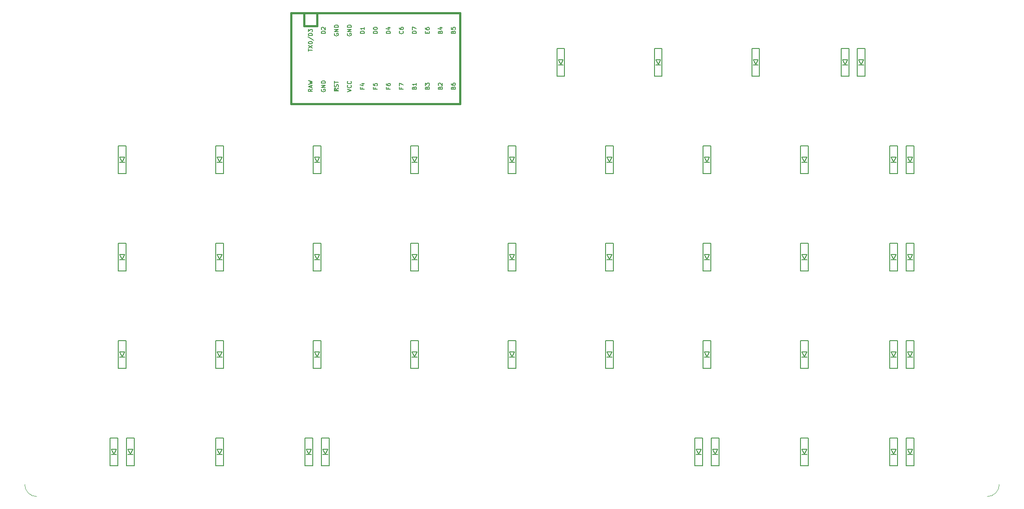
<source format=gto>
G04 #@! TF.GenerationSoftware,KiCad,Pcbnew,(5.1.4)-1*
G04 #@! TF.CreationDate,2021-08-31T10:11:04-10:00*
G04 #@! TF.ProjectId,oya45,6f796134-352e-46b6-9963-61645f706362,rev?*
G04 #@! TF.SameCoordinates,Original*
G04 #@! TF.FileFunction,Legend,Top*
G04 #@! TF.FilePolarity,Positive*
%FSLAX46Y46*%
G04 Gerber Fmt 4.6, Leading zero omitted, Abs format (unit mm)*
G04 Created by KiCad (PCBNEW (5.1.4)-1) date 2021-08-31 10:11:04*
%MOMM*%
%LPD*%
G04 APERTURE LIST*
%ADD10C,0.120000*%
%ADD11C,0.150000*%
%ADD12C,0.381000*%
%ADD13R,1.102000X1.502000*%
%ADD14C,1.852000*%
%ADD15C,2.352000*%
%ADD16C,4.089800*%
%ADD17R,1.854600X1.854600*%
%ADD18C,1.854600*%
%ADD19C,3.150000*%
G04 APERTURE END LIST*
D10*
X238125000Y-121443750D02*
G75*
G02X235743750Y-123825000I-2381250J0D01*
G01*
X50006250Y-123825000D02*
G75*
G02X47625000Y-121443750I0J2381250D01*
G01*
D11*
X211887500Y-41593750D02*
X211887500Y-36193750D01*
X210387500Y-36193750D02*
X210387500Y-41593750D01*
X210387500Y-41593750D02*
X211887500Y-41593750D01*
X210387500Y-36193750D02*
X211887500Y-36193750D01*
X210637500Y-38393750D02*
X211637500Y-38393750D01*
X211637500Y-38393750D02*
X211137500Y-39293750D01*
X211137500Y-39293750D02*
X210637500Y-38393750D01*
X210637500Y-39393750D02*
X211637500Y-39393750D01*
X208712500Y-41593750D02*
X208712500Y-36193750D01*
X207212500Y-36193750D02*
X207212500Y-41593750D01*
X207212500Y-41593750D02*
X208712500Y-41593750D01*
X207212500Y-36193750D02*
X208712500Y-36193750D01*
X207462500Y-38393750D02*
X208462500Y-38393750D01*
X208462500Y-38393750D02*
X207962500Y-39293750D01*
X207962500Y-39293750D02*
X207462500Y-38393750D01*
X207462500Y-39393750D02*
X208462500Y-39393750D01*
X191250000Y-41593750D02*
X191250000Y-36193750D01*
X189750000Y-36193750D02*
X189750000Y-41593750D01*
X189750000Y-41593750D02*
X191250000Y-41593750D01*
X189750000Y-36193750D02*
X191250000Y-36193750D01*
X190000000Y-38393750D02*
X191000000Y-38393750D01*
X191000000Y-38393750D02*
X190500000Y-39293750D01*
X190500000Y-39293750D02*
X190000000Y-38393750D01*
X190000000Y-39393750D02*
X191000000Y-39393750D01*
X172200000Y-41593750D02*
X172200000Y-36193750D01*
X170700000Y-36193750D02*
X170700000Y-41593750D01*
X170700000Y-41593750D02*
X172200000Y-41593750D01*
X170700000Y-36193750D02*
X172200000Y-36193750D01*
X170950000Y-38393750D02*
X171950000Y-38393750D01*
X171950000Y-38393750D02*
X171450000Y-39293750D01*
X171450000Y-39293750D02*
X170950000Y-38393750D01*
X170950000Y-39393750D02*
X171950000Y-39393750D01*
X153150000Y-41593750D02*
X153150000Y-36193750D01*
X151650000Y-36193750D02*
X151650000Y-41593750D01*
X151650000Y-41593750D02*
X153150000Y-41593750D01*
X151650000Y-36193750D02*
X153150000Y-36193750D01*
X151900000Y-38393750D02*
X152900000Y-38393750D01*
X152900000Y-38393750D02*
X152400000Y-39293750D01*
X152400000Y-39293750D02*
X151900000Y-38393750D01*
X151900000Y-39393750D02*
X152900000Y-39393750D01*
X221412500Y-117793750D02*
X221412500Y-112393750D01*
X219912500Y-112393750D02*
X219912500Y-117793750D01*
X219912500Y-117793750D02*
X221412500Y-117793750D01*
X219912500Y-112393750D02*
X221412500Y-112393750D01*
X220162500Y-114593750D02*
X221162500Y-114593750D01*
X221162500Y-114593750D02*
X220662500Y-115493750D01*
X220662500Y-115493750D02*
X220162500Y-114593750D01*
X220162500Y-115593750D02*
X221162500Y-115593750D01*
X218237500Y-117793750D02*
X218237500Y-112393750D01*
X216737500Y-112393750D02*
X216737500Y-117793750D01*
X216737500Y-117793750D02*
X218237500Y-117793750D01*
X216737500Y-112393750D02*
X218237500Y-112393750D01*
X216987500Y-114593750D02*
X217987500Y-114593750D01*
X217987500Y-114593750D02*
X217487500Y-115493750D01*
X217487500Y-115493750D02*
X216987500Y-114593750D01*
X216987500Y-115593750D02*
X217987500Y-115593750D01*
X200775000Y-117793750D02*
X200775000Y-112393750D01*
X199275000Y-112393750D02*
X199275000Y-117793750D01*
X199275000Y-117793750D02*
X200775000Y-117793750D01*
X199275000Y-112393750D02*
X200775000Y-112393750D01*
X199525000Y-114593750D02*
X200525000Y-114593750D01*
X200525000Y-114593750D02*
X200025000Y-115493750D01*
X200025000Y-115493750D02*
X199525000Y-114593750D01*
X199525000Y-115593750D02*
X200525000Y-115593750D01*
X183312500Y-117793750D02*
X183312500Y-112393750D01*
X181812500Y-112393750D02*
X181812500Y-117793750D01*
X181812500Y-117793750D02*
X183312500Y-117793750D01*
X181812500Y-112393750D02*
X183312500Y-112393750D01*
X182062500Y-114593750D02*
X183062500Y-114593750D01*
X183062500Y-114593750D02*
X182562500Y-115493750D01*
X182562500Y-115493750D02*
X182062500Y-114593750D01*
X182062500Y-115593750D02*
X183062500Y-115593750D01*
X180137500Y-117793750D02*
X180137500Y-112393750D01*
X178637500Y-112393750D02*
X178637500Y-117793750D01*
X178637500Y-117793750D02*
X180137500Y-117793750D01*
X178637500Y-112393750D02*
X180137500Y-112393750D01*
X178887500Y-114593750D02*
X179887500Y-114593750D01*
X179887500Y-114593750D02*
X179387500Y-115493750D01*
X179387500Y-115493750D02*
X178887500Y-114593750D01*
X178887500Y-115593750D02*
X179887500Y-115593750D01*
X107112500Y-117793750D02*
X107112500Y-112393750D01*
X105612500Y-112393750D02*
X105612500Y-117793750D01*
X105612500Y-117793750D02*
X107112500Y-117793750D01*
X105612500Y-112393750D02*
X107112500Y-112393750D01*
X105862500Y-114593750D02*
X106862500Y-114593750D01*
X106862500Y-114593750D02*
X106362500Y-115493750D01*
X106362500Y-115493750D02*
X105862500Y-114593750D01*
X105862500Y-115593750D02*
X106862500Y-115593750D01*
X103937500Y-117793750D02*
X103937500Y-112393750D01*
X102437500Y-112393750D02*
X102437500Y-117793750D01*
X102437500Y-117793750D02*
X103937500Y-117793750D01*
X102437500Y-112393750D02*
X103937500Y-112393750D01*
X102687500Y-114593750D02*
X103687500Y-114593750D01*
X103687500Y-114593750D02*
X103187500Y-115493750D01*
X103187500Y-115493750D02*
X102687500Y-114593750D01*
X102687500Y-115593750D02*
X103687500Y-115593750D01*
X86475000Y-117793750D02*
X86475000Y-112393750D01*
X84975000Y-112393750D02*
X84975000Y-117793750D01*
X84975000Y-117793750D02*
X86475000Y-117793750D01*
X84975000Y-112393750D02*
X86475000Y-112393750D01*
X85225000Y-114593750D02*
X86225000Y-114593750D01*
X86225000Y-114593750D02*
X85725000Y-115493750D01*
X85725000Y-115493750D02*
X85225000Y-114593750D01*
X85225000Y-115593750D02*
X86225000Y-115593750D01*
X69012500Y-117793750D02*
X69012500Y-112393750D01*
X67512500Y-112393750D02*
X67512500Y-117793750D01*
X67512500Y-117793750D02*
X69012500Y-117793750D01*
X67512500Y-112393750D02*
X69012500Y-112393750D01*
X67762500Y-114593750D02*
X68762500Y-114593750D01*
X68762500Y-114593750D02*
X68262500Y-115493750D01*
X68262500Y-115493750D02*
X67762500Y-114593750D01*
X67762500Y-115593750D02*
X68762500Y-115593750D01*
X65837500Y-117793750D02*
X65837500Y-112393750D01*
X64337500Y-112393750D02*
X64337500Y-117793750D01*
X64337500Y-117793750D02*
X65837500Y-117793750D01*
X64337500Y-112393750D02*
X65837500Y-112393750D01*
X64587500Y-114593750D02*
X65587500Y-114593750D01*
X65587500Y-114593750D02*
X65087500Y-115493750D01*
X65087500Y-115493750D02*
X64587500Y-114593750D01*
X64587500Y-115593750D02*
X65587500Y-115593750D01*
X221412500Y-98743750D02*
X221412500Y-93343750D01*
X219912500Y-93343750D02*
X219912500Y-98743750D01*
X219912500Y-98743750D02*
X221412500Y-98743750D01*
X219912500Y-93343750D02*
X221412500Y-93343750D01*
X220162500Y-95543750D02*
X221162500Y-95543750D01*
X221162500Y-95543750D02*
X220662500Y-96443750D01*
X220662500Y-96443750D02*
X220162500Y-95543750D01*
X220162500Y-96543750D02*
X221162500Y-96543750D01*
X218237500Y-98743750D02*
X218237500Y-93343750D01*
X216737500Y-93343750D02*
X216737500Y-98743750D01*
X216737500Y-98743750D02*
X218237500Y-98743750D01*
X216737500Y-93343750D02*
X218237500Y-93343750D01*
X216987500Y-95543750D02*
X217987500Y-95543750D01*
X217987500Y-95543750D02*
X217487500Y-96443750D01*
X217487500Y-96443750D02*
X216987500Y-95543750D01*
X216987500Y-96543750D02*
X217987500Y-96543750D01*
X200775000Y-98743750D02*
X200775000Y-93343750D01*
X199275000Y-93343750D02*
X199275000Y-98743750D01*
X199275000Y-98743750D02*
X200775000Y-98743750D01*
X199275000Y-93343750D02*
X200775000Y-93343750D01*
X199525000Y-95543750D02*
X200525000Y-95543750D01*
X200525000Y-95543750D02*
X200025000Y-96443750D01*
X200025000Y-96443750D02*
X199525000Y-95543750D01*
X199525000Y-96543750D02*
X200525000Y-96543750D01*
X181725000Y-98743750D02*
X181725000Y-93343750D01*
X180225000Y-93343750D02*
X180225000Y-98743750D01*
X180225000Y-98743750D02*
X181725000Y-98743750D01*
X180225000Y-93343750D02*
X181725000Y-93343750D01*
X180475000Y-95543750D02*
X181475000Y-95543750D01*
X181475000Y-95543750D02*
X180975000Y-96443750D01*
X180975000Y-96443750D02*
X180475000Y-95543750D01*
X180475000Y-96543750D02*
X181475000Y-96543750D01*
X162675000Y-98743750D02*
X162675000Y-93343750D01*
X161175000Y-93343750D02*
X161175000Y-98743750D01*
X161175000Y-98743750D02*
X162675000Y-98743750D01*
X161175000Y-93343750D02*
X162675000Y-93343750D01*
X161425000Y-95543750D02*
X162425000Y-95543750D01*
X162425000Y-95543750D02*
X161925000Y-96443750D01*
X161925000Y-96443750D02*
X161425000Y-95543750D01*
X161425000Y-96543750D02*
X162425000Y-96543750D01*
X143625000Y-98743750D02*
X143625000Y-93343750D01*
X142125000Y-93343750D02*
X142125000Y-98743750D01*
X142125000Y-98743750D02*
X143625000Y-98743750D01*
X142125000Y-93343750D02*
X143625000Y-93343750D01*
X142375000Y-95543750D02*
X143375000Y-95543750D01*
X143375000Y-95543750D02*
X142875000Y-96443750D01*
X142875000Y-96443750D02*
X142375000Y-95543750D01*
X142375000Y-96543750D02*
X143375000Y-96543750D01*
X124575000Y-98743750D02*
X124575000Y-93343750D01*
X123075000Y-93343750D02*
X123075000Y-98743750D01*
X123075000Y-98743750D02*
X124575000Y-98743750D01*
X123075000Y-93343750D02*
X124575000Y-93343750D01*
X123325000Y-95543750D02*
X124325000Y-95543750D01*
X124325000Y-95543750D02*
X123825000Y-96443750D01*
X123825000Y-96443750D02*
X123325000Y-95543750D01*
X123325000Y-96543750D02*
X124325000Y-96543750D01*
X105525000Y-98743750D02*
X105525000Y-93343750D01*
X104025000Y-93343750D02*
X104025000Y-98743750D01*
X104025000Y-98743750D02*
X105525000Y-98743750D01*
X104025000Y-93343750D02*
X105525000Y-93343750D01*
X104275000Y-95543750D02*
X105275000Y-95543750D01*
X105275000Y-95543750D02*
X104775000Y-96443750D01*
X104775000Y-96443750D02*
X104275000Y-95543750D01*
X104275000Y-96543750D02*
X105275000Y-96543750D01*
X86475000Y-98743750D02*
X86475000Y-93343750D01*
X84975000Y-93343750D02*
X84975000Y-98743750D01*
X84975000Y-98743750D02*
X86475000Y-98743750D01*
X84975000Y-93343750D02*
X86475000Y-93343750D01*
X85225000Y-95543750D02*
X86225000Y-95543750D01*
X86225000Y-95543750D02*
X85725000Y-96443750D01*
X85725000Y-96443750D02*
X85225000Y-95543750D01*
X85225000Y-96543750D02*
X86225000Y-96543750D01*
X67425000Y-98743750D02*
X67425000Y-93343750D01*
X65925000Y-93343750D02*
X65925000Y-98743750D01*
X65925000Y-98743750D02*
X67425000Y-98743750D01*
X65925000Y-93343750D02*
X67425000Y-93343750D01*
X66175000Y-95543750D02*
X67175000Y-95543750D01*
X67175000Y-95543750D02*
X66675000Y-96443750D01*
X66675000Y-96443750D02*
X66175000Y-95543750D01*
X66175000Y-96543750D02*
X67175000Y-96543750D01*
X221412500Y-79693750D02*
X221412500Y-74293750D01*
X219912500Y-74293750D02*
X219912500Y-79693750D01*
X219912500Y-79693750D02*
X221412500Y-79693750D01*
X219912500Y-74293750D02*
X221412500Y-74293750D01*
X220162500Y-76493750D02*
X221162500Y-76493750D01*
X221162500Y-76493750D02*
X220662500Y-77393750D01*
X220662500Y-77393750D02*
X220162500Y-76493750D01*
X220162500Y-77493750D02*
X221162500Y-77493750D01*
X218237500Y-79693750D02*
X218237500Y-74293750D01*
X216737500Y-74293750D02*
X216737500Y-79693750D01*
X216737500Y-79693750D02*
X218237500Y-79693750D01*
X216737500Y-74293750D02*
X218237500Y-74293750D01*
X216987500Y-76493750D02*
X217987500Y-76493750D01*
X217987500Y-76493750D02*
X217487500Y-77393750D01*
X217487500Y-77393750D02*
X216987500Y-76493750D01*
X216987500Y-77493750D02*
X217987500Y-77493750D01*
X200775000Y-79693750D02*
X200775000Y-74293750D01*
X199275000Y-74293750D02*
X199275000Y-79693750D01*
X199275000Y-79693750D02*
X200775000Y-79693750D01*
X199275000Y-74293750D02*
X200775000Y-74293750D01*
X199525000Y-76493750D02*
X200525000Y-76493750D01*
X200525000Y-76493750D02*
X200025000Y-77393750D01*
X200025000Y-77393750D02*
X199525000Y-76493750D01*
X199525000Y-77493750D02*
X200525000Y-77493750D01*
X181725000Y-79693750D02*
X181725000Y-74293750D01*
X180225000Y-74293750D02*
X180225000Y-79693750D01*
X180225000Y-79693750D02*
X181725000Y-79693750D01*
X180225000Y-74293750D02*
X181725000Y-74293750D01*
X180475000Y-76493750D02*
X181475000Y-76493750D01*
X181475000Y-76493750D02*
X180975000Y-77393750D01*
X180975000Y-77393750D02*
X180475000Y-76493750D01*
X180475000Y-77493750D02*
X181475000Y-77493750D01*
X162675000Y-79693750D02*
X162675000Y-74293750D01*
X161175000Y-74293750D02*
X161175000Y-79693750D01*
X161175000Y-79693750D02*
X162675000Y-79693750D01*
X161175000Y-74293750D02*
X162675000Y-74293750D01*
X161425000Y-76493750D02*
X162425000Y-76493750D01*
X162425000Y-76493750D02*
X161925000Y-77393750D01*
X161925000Y-77393750D02*
X161425000Y-76493750D01*
X161425000Y-77493750D02*
X162425000Y-77493750D01*
X143625000Y-79693750D02*
X143625000Y-74293750D01*
X142125000Y-74293750D02*
X142125000Y-79693750D01*
X142125000Y-79693750D02*
X143625000Y-79693750D01*
X142125000Y-74293750D02*
X143625000Y-74293750D01*
X142375000Y-76493750D02*
X143375000Y-76493750D01*
X143375000Y-76493750D02*
X142875000Y-77393750D01*
X142875000Y-77393750D02*
X142375000Y-76493750D01*
X142375000Y-77493750D02*
X143375000Y-77493750D01*
X124575000Y-79693750D02*
X124575000Y-74293750D01*
X123075000Y-74293750D02*
X123075000Y-79693750D01*
X123075000Y-79693750D02*
X124575000Y-79693750D01*
X123075000Y-74293750D02*
X124575000Y-74293750D01*
X123325000Y-76493750D02*
X124325000Y-76493750D01*
X124325000Y-76493750D02*
X123825000Y-77393750D01*
X123825000Y-77393750D02*
X123325000Y-76493750D01*
X123325000Y-77493750D02*
X124325000Y-77493750D01*
X105525000Y-79693750D02*
X105525000Y-74293750D01*
X104025000Y-74293750D02*
X104025000Y-79693750D01*
X104025000Y-79693750D02*
X105525000Y-79693750D01*
X104025000Y-74293750D02*
X105525000Y-74293750D01*
X104275000Y-76493750D02*
X105275000Y-76493750D01*
X105275000Y-76493750D02*
X104775000Y-77393750D01*
X104775000Y-77393750D02*
X104275000Y-76493750D01*
X104275000Y-77493750D02*
X105275000Y-77493750D01*
X86475000Y-79693750D02*
X86475000Y-74293750D01*
X84975000Y-74293750D02*
X84975000Y-79693750D01*
X84975000Y-79693750D02*
X86475000Y-79693750D01*
X84975000Y-74293750D02*
X86475000Y-74293750D01*
X85225000Y-76493750D02*
X86225000Y-76493750D01*
X86225000Y-76493750D02*
X85725000Y-77393750D01*
X85725000Y-77393750D02*
X85225000Y-76493750D01*
X85225000Y-77493750D02*
X86225000Y-77493750D01*
X67425000Y-79693750D02*
X67425000Y-74293750D01*
X65925000Y-74293750D02*
X65925000Y-79693750D01*
X65925000Y-79693750D02*
X67425000Y-79693750D01*
X65925000Y-74293750D02*
X67425000Y-74293750D01*
X66175000Y-76493750D02*
X67175000Y-76493750D01*
X67175000Y-76493750D02*
X66675000Y-77393750D01*
X66675000Y-77393750D02*
X66175000Y-76493750D01*
X66175000Y-77493750D02*
X67175000Y-77493750D01*
X221412500Y-60643750D02*
X221412500Y-55243750D01*
X219912500Y-55243750D02*
X219912500Y-60643750D01*
X219912500Y-60643750D02*
X221412500Y-60643750D01*
X219912500Y-55243750D02*
X221412500Y-55243750D01*
X220162500Y-57443750D02*
X221162500Y-57443750D01*
X221162500Y-57443750D02*
X220662500Y-58343750D01*
X220662500Y-58343750D02*
X220162500Y-57443750D01*
X220162500Y-58443750D02*
X221162500Y-58443750D01*
X218237500Y-60643750D02*
X218237500Y-55243750D01*
X216737500Y-55243750D02*
X216737500Y-60643750D01*
X216737500Y-60643750D02*
X218237500Y-60643750D01*
X216737500Y-55243750D02*
X218237500Y-55243750D01*
X216987500Y-57443750D02*
X217987500Y-57443750D01*
X217987500Y-57443750D02*
X217487500Y-58343750D01*
X217487500Y-58343750D02*
X216987500Y-57443750D01*
X216987500Y-58443750D02*
X217987500Y-58443750D01*
X200775000Y-60643750D02*
X200775000Y-55243750D01*
X199275000Y-55243750D02*
X199275000Y-60643750D01*
X199275000Y-60643750D02*
X200775000Y-60643750D01*
X199275000Y-55243750D02*
X200775000Y-55243750D01*
X199525000Y-57443750D02*
X200525000Y-57443750D01*
X200525000Y-57443750D02*
X200025000Y-58343750D01*
X200025000Y-58343750D02*
X199525000Y-57443750D01*
X199525000Y-58443750D02*
X200525000Y-58443750D01*
X181725000Y-60643750D02*
X181725000Y-55243750D01*
X180225000Y-55243750D02*
X180225000Y-60643750D01*
X180225000Y-60643750D02*
X181725000Y-60643750D01*
X180225000Y-55243750D02*
X181725000Y-55243750D01*
X180475000Y-57443750D02*
X181475000Y-57443750D01*
X181475000Y-57443750D02*
X180975000Y-58343750D01*
X180975000Y-58343750D02*
X180475000Y-57443750D01*
X180475000Y-58443750D02*
X181475000Y-58443750D01*
X162675000Y-60643750D02*
X162675000Y-55243750D01*
X161175000Y-55243750D02*
X161175000Y-60643750D01*
X161175000Y-60643750D02*
X162675000Y-60643750D01*
X161175000Y-55243750D02*
X162675000Y-55243750D01*
X161425000Y-57443750D02*
X162425000Y-57443750D01*
X162425000Y-57443750D02*
X161925000Y-58343750D01*
X161925000Y-58343750D02*
X161425000Y-57443750D01*
X161425000Y-58443750D02*
X162425000Y-58443750D01*
X143625000Y-60643750D02*
X143625000Y-55243750D01*
X142125000Y-55243750D02*
X142125000Y-60643750D01*
X142125000Y-60643750D02*
X143625000Y-60643750D01*
X142125000Y-55243750D02*
X143625000Y-55243750D01*
X142375000Y-57443750D02*
X143375000Y-57443750D01*
X143375000Y-57443750D02*
X142875000Y-58343750D01*
X142875000Y-58343750D02*
X142375000Y-57443750D01*
X142375000Y-58443750D02*
X143375000Y-58443750D01*
X124575000Y-60643750D02*
X124575000Y-55243750D01*
X123075000Y-55243750D02*
X123075000Y-60643750D01*
X123075000Y-60643750D02*
X124575000Y-60643750D01*
X123075000Y-55243750D02*
X124575000Y-55243750D01*
X123325000Y-57443750D02*
X124325000Y-57443750D01*
X124325000Y-57443750D02*
X123825000Y-58343750D01*
X123825000Y-58343750D02*
X123325000Y-57443750D01*
X123325000Y-58443750D02*
X124325000Y-58443750D01*
X105525000Y-60643750D02*
X105525000Y-55243750D01*
X104025000Y-55243750D02*
X104025000Y-60643750D01*
X104025000Y-60643750D02*
X105525000Y-60643750D01*
X104025000Y-55243750D02*
X105525000Y-55243750D01*
X104275000Y-57443750D02*
X105275000Y-57443750D01*
X105275000Y-57443750D02*
X104775000Y-58343750D01*
X104775000Y-58343750D02*
X104275000Y-57443750D01*
X104275000Y-58443750D02*
X105275000Y-58443750D01*
X86475000Y-60643750D02*
X86475000Y-55243750D01*
X84975000Y-55243750D02*
X84975000Y-60643750D01*
X84975000Y-60643750D02*
X86475000Y-60643750D01*
X84975000Y-55243750D02*
X86475000Y-55243750D01*
X85225000Y-57443750D02*
X86225000Y-57443750D01*
X86225000Y-57443750D02*
X85725000Y-58343750D01*
X85725000Y-58343750D02*
X85225000Y-57443750D01*
X85225000Y-58443750D02*
X86225000Y-58443750D01*
X67425000Y-60643750D02*
X67425000Y-55243750D01*
X65925000Y-55243750D02*
X65925000Y-60643750D01*
X65925000Y-60643750D02*
X67425000Y-60643750D01*
X65925000Y-55243750D02*
X67425000Y-55243750D01*
X66175000Y-57443750D02*
X67175000Y-57443750D01*
X67175000Y-57443750D02*
X66675000Y-58343750D01*
X66675000Y-58343750D02*
X66175000Y-57443750D01*
X66175000Y-58443750D02*
X67175000Y-58443750D01*
D12*
X104775000Y-31750000D02*
X104775000Y-29210000D01*
X102235000Y-31750000D02*
X104775000Y-31750000D01*
D11*
G36*
X108524030Y-44144635D02*
G01*
X108624030Y-44144635D01*
X108624030Y-44244635D01*
X108524030Y-44244635D01*
X108524030Y-44144635D01*
G37*
X108524030Y-44144635D02*
X108624030Y-44144635D01*
X108624030Y-44244635D01*
X108524030Y-44244635D01*
X108524030Y-44144635D01*
G36*
X108124030Y-44344635D02*
G01*
X108924030Y-44344635D01*
X108924030Y-44444635D01*
X108124030Y-44444635D01*
X108124030Y-44344635D01*
G37*
X108124030Y-44344635D02*
X108924030Y-44344635D01*
X108924030Y-44444635D01*
X108124030Y-44444635D01*
X108124030Y-44344635D01*
G36*
X108724030Y-43944635D02*
G01*
X108924030Y-43944635D01*
X108924030Y-44044635D01*
X108724030Y-44044635D01*
X108724030Y-43944635D01*
G37*
X108724030Y-43944635D02*
X108924030Y-43944635D01*
X108924030Y-44044635D01*
X108724030Y-44044635D01*
X108724030Y-43944635D01*
G36*
X108124030Y-43944635D02*
G01*
X108424030Y-43944635D01*
X108424030Y-44044635D01*
X108124030Y-44044635D01*
X108124030Y-43944635D01*
G37*
X108124030Y-43944635D02*
X108424030Y-43944635D01*
X108424030Y-44044635D01*
X108124030Y-44044635D01*
X108124030Y-43944635D01*
G36*
X108124030Y-43944635D02*
G01*
X108224030Y-43944635D01*
X108224030Y-44444635D01*
X108124030Y-44444635D01*
X108124030Y-43944635D01*
G37*
X108124030Y-43944635D02*
X108224030Y-43944635D01*
X108224030Y-44444635D01*
X108124030Y-44444635D01*
X108124030Y-43944635D01*
D12*
X132715000Y-46990000D02*
X99695000Y-46990000D01*
X132715000Y-29210000D02*
X132715000Y-46990000D01*
X99695000Y-29210000D02*
X132715000Y-29210000D01*
X99695000Y-46990000D02*
X99695000Y-29210000D01*
X102235000Y-31750000D02*
X102235000Y-29210000D01*
D11*
X106406904Y-33229476D02*
X105606904Y-33229476D01*
X105606904Y-33039000D01*
X105645000Y-32924714D01*
X105721190Y-32848523D01*
X105797380Y-32810428D01*
X105949761Y-32772333D01*
X106064047Y-32772333D01*
X106216428Y-32810428D01*
X106292619Y-32848523D01*
X106368809Y-32924714D01*
X106406904Y-33039000D01*
X106406904Y-33229476D01*
X105683095Y-32467571D02*
X105645000Y-32429476D01*
X105606904Y-32353285D01*
X105606904Y-32162809D01*
X105645000Y-32086619D01*
X105683095Y-32048523D01*
X105759285Y-32010428D01*
X105835476Y-32010428D01*
X105949761Y-32048523D01*
X106406904Y-32505666D01*
X106406904Y-32010428D01*
X116566904Y-33229476D02*
X115766904Y-33229476D01*
X115766904Y-33039000D01*
X115805000Y-32924714D01*
X115881190Y-32848523D01*
X115957380Y-32810428D01*
X116109761Y-32772333D01*
X116224047Y-32772333D01*
X116376428Y-32810428D01*
X116452619Y-32848523D01*
X116528809Y-32924714D01*
X116566904Y-33039000D01*
X116566904Y-33229476D01*
X115766904Y-32277095D02*
X115766904Y-32200904D01*
X115805000Y-32124714D01*
X115843095Y-32086619D01*
X115919285Y-32048523D01*
X116071666Y-32010428D01*
X116262142Y-32010428D01*
X116414523Y-32048523D01*
X116490714Y-32086619D01*
X116528809Y-32124714D01*
X116566904Y-32200904D01*
X116566904Y-32277095D01*
X116528809Y-32353285D01*
X116490714Y-32391380D01*
X116414523Y-32429476D01*
X116262142Y-32467571D01*
X116071666Y-32467571D01*
X115919285Y-32429476D01*
X115843095Y-32391380D01*
X115805000Y-32353285D01*
X115766904Y-32277095D01*
X114026904Y-33229476D02*
X113226904Y-33229476D01*
X113226904Y-33039000D01*
X113265000Y-32924714D01*
X113341190Y-32848523D01*
X113417380Y-32810428D01*
X113569761Y-32772333D01*
X113684047Y-32772333D01*
X113836428Y-32810428D01*
X113912619Y-32848523D01*
X113988809Y-32924714D01*
X114026904Y-33039000D01*
X114026904Y-33229476D01*
X114026904Y-32010428D02*
X114026904Y-32467571D01*
X114026904Y-32239000D02*
X113226904Y-32239000D01*
X113341190Y-32315190D01*
X113417380Y-32391380D01*
X113455476Y-32467571D01*
X110725000Y-33248523D02*
X110686904Y-33324714D01*
X110686904Y-33439000D01*
X110725000Y-33553285D01*
X110801190Y-33629476D01*
X110877380Y-33667571D01*
X111029761Y-33705666D01*
X111144047Y-33705666D01*
X111296428Y-33667571D01*
X111372619Y-33629476D01*
X111448809Y-33553285D01*
X111486904Y-33439000D01*
X111486904Y-33362809D01*
X111448809Y-33248523D01*
X111410714Y-33210428D01*
X111144047Y-33210428D01*
X111144047Y-33362809D01*
X111486904Y-32867571D02*
X110686904Y-32867571D01*
X111486904Y-32410428D01*
X110686904Y-32410428D01*
X111486904Y-32029476D02*
X110686904Y-32029476D01*
X110686904Y-31839000D01*
X110725000Y-31724714D01*
X110801190Y-31648523D01*
X110877380Y-31610428D01*
X111029761Y-31572333D01*
X111144047Y-31572333D01*
X111296428Y-31610428D01*
X111372619Y-31648523D01*
X111448809Y-31724714D01*
X111486904Y-31839000D01*
X111486904Y-32029476D01*
X108185000Y-33248523D02*
X108146904Y-33324714D01*
X108146904Y-33439000D01*
X108185000Y-33553285D01*
X108261190Y-33629476D01*
X108337380Y-33667571D01*
X108489761Y-33705666D01*
X108604047Y-33705666D01*
X108756428Y-33667571D01*
X108832619Y-33629476D01*
X108908809Y-33553285D01*
X108946904Y-33439000D01*
X108946904Y-33362809D01*
X108908809Y-33248523D01*
X108870714Y-33210428D01*
X108604047Y-33210428D01*
X108604047Y-33362809D01*
X108946904Y-32867571D02*
X108146904Y-32867571D01*
X108946904Y-32410428D01*
X108146904Y-32410428D01*
X108946904Y-32029476D02*
X108146904Y-32029476D01*
X108146904Y-31839000D01*
X108185000Y-31724714D01*
X108261190Y-31648523D01*
X108337380Y-31610428D01*
X108489761Y-31572333D01*
X108604047Y-31572333D01*
X108756428Y-31610428D01*
X108832619Y-31648523D01*
X108908809Y-31724714D01*
X108946904Y-31839000D01*
X108946904Y-32029476D01*
X119106904Y-33229476D02*
X118306904Y-33229476D01*
X118306904Y-33039000D01*
X118345000Y-32924714D01*
X118421190Y-32848523D01*
X118497380Y-32810428D01*
X118649761Y-32772333D01*
X118764047Y-32772333D01*
X118916428Y-32810428D01*
X118992619Y-32848523D01*
X119068809Y-32924714D01*
X119106904Y-33039000D01*
X119106904Y-33229476D01*
X118573571Y-32086619D02*
X119106904Y-32086619D01*
X118268809Y-32277095D02*
X118840238Y-32467571D01*
X118840238Y-31972333D01*
X121570714Y-32772333D02*
X121608809Y-32810428D01*
X121646904Y-32924714D01*
X121646904Y-33000904D01*
X121608809Y-33115190D01*
X121532619Y-33191380D01*
X121456428Y-33229476D01*
X121304047Y-33267571D01*
X121189761Y-33267571D01*
X121037380Y-33229476D01*
X120961190Y-33191380D01*
X120885000Y-33115190D01*
X120846904Y-33000904D01*
X120846904Y-32924714D01*
X120885000Y-32810428D01*
X120923095Y-32772333D01*
X120846904Y-32086619D02*
X120846904Y-32239000D01*
X120885000Y-32315190D01*
X120923095Y-32353285D01*
X121037380Y-32429476D01*
X121189761Y-32467571D01*
X121494523Y-32467571D01*
X121570714Y-32429476D01*
X121608809Y-32391380D01*
X121646904Y-32315190D01*
X121646904Y-32162809D01*
X121608809Y-32086619D01*
X121570714Y-32048523D01*
X121494523Y-32010428D01*
X121304047Y-32010428D01*
X121227857Y-32048523D01*
X121189761Y-32086619D01*
X121151666Y-32162809D01*
X121151666Y-32315190D01*
X121189761Y-32391380D01*
X121227857Y-32429476D01*
X121304047Y-32467571D01*
X124186904Y-33229476D02*
X123386904Y-33229476D01*
X123386904Y-33039000D01*
X123425000Y-32924714D01*
X123501190Y-32848523D01*
X123577380Y-32810428D01*
X123729761Y-32772333D01*
X123844047Y-32772333D01*
X123996428Y-32810428D01*
X124072619Y-32848523D01*
X124148809Y-32924714D01*
X124186904Y-33039000D01*
X124186904Y-33229476D01*
X123386904Y-32505666D02*
X123386904Y-31972333D01*
X124186904Y-32315190D01*
X126307857Y-33191380D02*
X126307857Y-32924714D01*
X126726904Y-32810428D02*
X126726904Y-33191380D01*
X125926904Y-33191380D01*
X125926904Y-32810428D01*
X125926904Y-32124714D02*
X125926904Y-32277095D01*
X125965000Y-32353285D01*
X126003095Y-32391380D01*
X126117380Y-32467571D01*
X126269761Y-32505666D01*
X126574523Y-32505666D01*
X126650714Y-32467571D01*
X126688809Y-32429476D01*
X126726904Y-32353285D01*
X126726904Y-32200904D01*
X126688809Y-32124714D01*
X126650714Y-32086619D01*
X126574523Y-32048523D01*
X126384047Y-32048523D01*
X126307857Y-32086619D01*
X126269761Y-32124714D01*
X126231666Y-32200904D01*
X126231666Y-32353285D01*
X126269761Y-32429476D01*
X126307857Y-32467571D01*
X126384047Y-32505666D01*
X128847857Y-32962809D02*
X128885952Y-32848523D01*
X128924047Y-32810428D01*
X129000238Y-32772333D01*
X129114523Y-32772333D01*
X129190714Y-32810428D01*
X129228809Y-32848523D01*
X129266904Y-32924714D01*
X129266904Y-33229476D01*
X128466904Y-33229476D01*
X128466904Y-32962809D01*
X128505000Y-32886619D01*
X128543095Y-32848523D01*
X128619285Y-32810428D01*
X128695476Y-32810428D01*
X128771666Y-32848523D01*
X128809761Y-32886619D01*
X128847857Y-32962809D01*
X128847857Y-33229476D01*
X128733571Y-32086619D02*
X129266904Y-32086619D01*
X128428809Y-32277095D02*
X129000238Y-32467571D01*
X129000238Y-31972333D01*
X131387857Y-32962809D02*
X131425952Y-32848523D01*
X131464047Y-32810428D01*
X131540238Y-32772333D01*
X131654523Y-32772333D01*
X131730714Y-32810428D01*
X131768809Y-32848523D01*
X131806904Y-32924714D01*
X131806904Y-33229476D01*
X131006904Y-33229476D01*
X131006904Y-32962809D01*
X131045000Y-32886619D01*
X131083095Y-32848523D01*
X131159285Y-32810428D01*
X131235476Y-32810428D01*
X131311666Y-32848523D01*
X131349761Y-32886619D01*
X131387857Y-32962809D01*
X131387857Y-33229476D01*
X131006904Y-32048523D02*
X131006904Y-32429476D01*
X131387857Y-32467571D01*
X131349761Y-32429476D01*
X131311666Y-32353285D01*
X131311666Y-32162809D01*
X131349761Y-32086619D01*
X131387857Y-32048523D01*
X131464047Y-32010428D01*
X131654523Y-32010428D01*
X131730714Y-32048523D01*
X131768809Y-32086619D01*
X131806904Y-32162809D01*
X131806904Y-32353285D01*
X131768809Y-32429476D01*
X131730714Y-32467571D01*
X131387857Y-43884809D02*
X131425952Y-43770523D01*
X131464047Y-43732428D01*
X131540238Y-43694333D01*
X131654523Y-43694333D01*
X131730714Y-43732428D01*
X131768809Y-43770523D01*
X131806904Y-43846714D01*
X131806904Y-44151476D01*
X131006904Y-44151476D01*
X131006904Y-43884809D01*
X131045000Y-43808619D01*
X131083095Y-43770523D01*
X131159285Y-43732428D01*
X131235476Y-43732428D01*
X131311666Y-43770523D01*
X131349761Y-43808619D01*
X131387857Y-43884809D01*
X131387857Y-44151476D01*
X131006904Y-43008619D02*
X131006904Y-43161000D01*
X131045000Y-43237190D01*
X131083095Y-43275285D01*
X131197380Y-43351476D01*
X131349761Y-43389571D01*
X131654523Y-43389571D01*
X131730714Y-43351476D01*
X131768809Y-43313380D01*
X131806904Y-43237190D01*
X131806904Y-43084809D01*
X131768809Y-43008619D01*
X131730714Y-42970523D01*
X131654523Y-42932428D01*
X131464047Y-42932428D01*
X131387857Y-42970523D01*
X131349761Y-43008619D01*
X131311666Y-43084809D01*
X131311666Y-43237190D01*
X131349761Y-43313380D01*
X131387857Y-43351476D01*
X131464047Y-43389571D01*
X126307857Y-43884809D02*
X126345952Y-43770523D01*
X126384047Y-43732428D01*
X126460238Y-43694333D01*
X126574523Y-43694333D01*
X126650714Y-43732428D01*
X126688809Y-43770523D01*
X126726904Y-43846714D01*
X126726904Y-44151476D01*
X125926904Y-44151476D01*
X125926904Y-43884809D01*
X125965000Y-43808619D01*
X126003095Y-43770523D01*
X126079285Y-43732428D01*
X126155476Y-43732428D01*
X126231666Y-43770523D01*
X126269761Y-43808619D01*
X126307857Y-43884809D01*
X126307857Y-44151476D01*
X125926904Y-43427666D02*
X125926904Y-42932428D01*
X126231666Y-43199095D01*
X126231666Y-43084809D01*
X126269761Y-43008619D01*
X126307857Y-42970523D01*
X126384047Y-42932428D01*
X126574523Y-42932428D01*
X126650714Y-42970523D01*
X126688809Y-43008619D01*
X126726904Y-43084809D01*
X126726904Y-43313380D01*
X126688809Y-43389571D01*
X126650714Y-43427666D01*
X123767857Y-43884809D02*
X123805952Y-43770523D01*
X123844047Y-43732428D01*
X123920238Y-43694333D01*
X124034523Y-43694333D01*
X124110714Y-43732428D01*
X124148809Y-43770523D01*
X124186904Y-43846714D01*
X124186904Y-44151476D01*
X123386904Y-44151476D01*
X123386904Y-43884809D01*
X123425000Y-43808619D01*
X123463095Y-43770523D01*
X123539285Y-43732428D01*
X123615476Y-43732428D01*
X123691666Y-43770523D01*
X123729761Y-43808619D01*
X123767857Y-43884809D01*
X123767857Y-44151476D01*
X124186904Y-42932428D02*
X124186904Y-43389571D01*
X124186904Y-43161000D02*
X123386904Y-43161000D01*
X123501190Y-43237190D01*
X123577380Y-43313380D01*
X123615476Y-43389571D01*
X113607857Y-43827666D02*
X113607857Y-44094333D01*
X114026904Y-44094333D02*
X113226904Y-44094333D01*
X113226904Y-43713380D01*
X113493571Y-43065761D02*
X114026904Y-43065761D01*
X113188809Y-43256238D02*
X113760238Y-43446714D01*
X113760238Y-42951476D01*
X110686904Y-44627666D02*
X111486904Y-44361000D01*
X110686904Y-44094333D01*
X111410714Y-43370523D02*
X111448809Y-43408619D01*
X111486904Y-43522904D01*
X111486904Y-43599095D01*
X111448809Y-43713380D01*
X111372619Y-43789571D01*
X111296428Y-43827666D01*
X111144047Y-43865761D01*
X111029761Y-43865761D01*
X110877380Y-43827666D01*
X110801190Y-43789571D01*
X110725000Y-43713380D01*
X110686904Y-43599095D01*
X110686904Y-43522904D01*
X110725000Y-43408619D01*
X110763095Y-43370523D01*
X111410714Y-42570523D02*
X111448809Y-42608619D01*
X111486904Y-42722904D01*
X111486904Y-42799095D01*
X111448809Y-42913380D01*
X111372619Y-42989571D01*
X111296428Y-43027666D01*
X111144047Y-43065761D01*
X111029761Y-43065761D01*
X110877380Y-43027666D01*
X110801190Y-42989571D01*
X110725000Y-42913380D01*
X110686904Y-42799095D01*
X110686904Y-42722904D01*
X110725000Y-42608619D01*
X110763095Y-42570523D01*
X105645000Y-44170523D02*
X105606904Y-44246714D01*
X105606904Y-44361000D01*
X105645000Y-44475285D01*
X105721190Y-44551476D01*
X105797380Y-44589571D01*
X105949761Y-44627666D01*
X106064047Y-44627666D01*
X106216428Y-44589571D01*
X106292619Y-44551476D01*
X106368809Y-44475285D01*
X106406904Y-44361000D01*
X106406904Y-44284809D01*
X106368809Y-44170523D01*
X106330714Y-44132428D01*
X106064047Y-44132428D01*
X106064047Y-44284809D01*
X106406904Y-43789571D02*
X105606904Y-43789571D01*
X106406904Y-43332428D01*
X105606904Y-43332428D01*
X106406904Y-42951476D02*
X105606904Y-42951476D01*
X105606904Y-42761000D01*
X105645000Y-42646714D01*
X105721190Y-42570523D01*
X105797380Y-42532428D01*
X105949761Y-42494333D01*
X106064047Y-42494333D01*
X106216428Y-42532428D01*
X106292619Y-42570523D01*
X106368809Y-42646714D01*
X106406904Y-42761000D01*
X106406904Y-42951476D01*
X103866904Y-44113380D02*
X103485952Y-44380047D01*
X103866904Y-44570523D02*
X103066904Y-44570523D01*
X103066904Y-44265761D01*
X103105000Y-44189571D01*
X103143095Y-44151476D01*
X103219285Y-44113380D01*
X103333571Y-44113380D01*
X103409761Y-44151476D01*
X103447857Y-44189571D01*
X103485952Y-44265761D01*
X103485952Y-44570523D01*
X103638333Y-43808619D02*
X103638333Y-43427666D01*
X103866904Y-43884809D02*
X103066904Y-43618142D01*
X103866904Y-43351476D01*
X103066904Y-43161000D02*
X103866904Y-42970523D01*
X103295476Y-42818142D01*
X103866904Y-42665761D01*
X103066904Y-42475285D01*
X116147857Y-43827666D02*
X116147857Y-44094333D01*
X116566904Y-44094333D02*
X115766904Y-44094333D01*
X115766904Y-43713380D01*
X115766904Y-43027666D02*
X115766904Y-43408619D01*
X116147857Y-43446714D01*
X116109761Y-43408619D01*
X116071666Y-43332428D01*
X116071666Y-43141952D01*
X116109761Y-43065761D01*
X116147857Y-43027666D01*
X116224047Y-42989571D01*
X116414523Y-42989571D01*
X116490714Y-43027666D01*
X116528809Y-43065761D01*
X116566904Y-43141952D01*
X116566904Y-43332428D01*
X116528809Y-43408619D01*
X116490714Y-43446714D01*
X118687857Y-43827666D02*
X118687857Y-44094333D01*
X119106904Y-44094333D02*
X118306904Y-44094333D01*
X118306904Y-43713380D01*
X118306904Y-43065761D02*
X118306904Y-43218142D01*
X118345000Y-43294333D01*
X118383095Y-43332428D01*
X118497380Y-43408619D01*
X118649761Y-43446714D01*
X118954523Y-43446714D01*
X119030714Y-43408619D01*
X119068809Y-43370523D01*
X119106904Y-43294333D01*
X119106904Y-43141952D01*
X119068809Y-43065761D01*
X119030714Y-43027666D01*
X118954523Y-42989571D01*
X118764047Y-42989571D01*
X118687857Y-43027666D01*
X118649761Y-43065761D01*
X118611666Y-43141952D01*
X118611666Y-43294333D01*
X118649761Y-43370523D01*
X118687857Y-43408619D01*
X118764047Y-43446714D01*
X121227857Y-43827666D02*
X121227857Y-44094333D01*
X121646904Y-44094333D02*
X120846904Y-44094333D01*
X120846904Y-43713380D01*
X120846904Y-43484809D02*
X120846904Y-42951476D01*
X121646904Y-43294333D01*
X128847857Y-43884809D02*
X128885952Y-43770523D01*
X128924047Y-43732428D01*
X129000238Y-43694333D01*
X129114523Y-43694333D01*
X129190714Y-43732428D01*
X129228809Y-43770523D01*
X129266904Y-43846714D01*
X129266904Y-44151476D01*
X128466904Y-44151476D01*
X128466904Y-43884809D01*
X128505000Y-43808619D01*
X128543095Y-43770523D01*
X128619285Y-43732428D01*
X128695476Y-43732428D01*
X128771666Y-43770523D01*
X128809761Y-43808619D01*
X128847857Y-43884809D01*
X128847857Y-44151476D01*
X128543095Y-43389571D02*
X128505000Y-43351476D01*
X128466904Y-43275285D01*
X128466904Y-43084809D01*
X128505000Y-43008619D01*
X128543095Y-42970523D01*
X128619285Y-42932428D01*
X128695476Y-42932428D01*
X128809761Y-42970523D01*
X129266904Y-43427666D01*
X129266904Y-42932428D01*
X103066904Y-36718604D02*
X103066904Y-36261461D01*
X103866904Y-36490032D02*
X103066904Y-36490032D01*
X103066904Y-36070985D02*
X103866904Y-35537651D01*
X103066904Y-35537651D02*
X103866904Y-36070985D01*
X103066904Y-35080508D02*
X103066904Y-35004318D01*
X103105000Y-34928128D01*
X103143095Y-34890032D01*
X103219285Y-34851937D01*
X103371666Y-34813842D01*
X103562142Y-34813842D01*
X103714523Y-34851937D01*
X103790714Y-34890032D01*
X103828809Y-34928128D01*
X103866904Y-35004318D01*
X103866904Y-35080508D01*
X103828809Y-35156699D01*
X103790714Y-35194794D01*
X103714523Y-35232889D01*
X103562142Y-35270985D01*
X103371666Y-35270985D01*
X103219285Y-35232889D01*
X103143095Y-35194794D01*
X103105000Y-35156699D01*
X103066904Y-35080508D01*
X103028809Y-33899556D02*
X104057380Y-34585270D01*
X103866904Y-33632889D02*
X103066904Y-33632889D01*
X103066904Y-33442413D01*
X103105000Y-33328128D01*
X103181190Y-33251937D01*
X103257380Y-33213842D01*
X103409761Y-33175747D01*
X103524047Y-33175747D01*
X103676428Y-33213842D01*
X103752619Y-33251937D01*
X103828809Y-33328128D01*
X103866904Y-33442413D01*
X103866904Y-33632889D01*
X103066904Y-32909080D02*
X103066904Y-32413842D01*
X103371666Y-32680508D01*
X103371666Y-32566223D01*
X103409761Y-32490032D01*
X103447857Y-32451937D01*
X103524047Y-32413842D01*
X103714523Y-32413842D01*
X103790714Y-32451937D01*
X103828809Y-32490032D01*
X103866904Y-32566223D01*
X103866904Y-32794794D01*
X103828809Y-32870985D01*
X103790714Y-32909080D01*
X108888809Y-43673333D02*
X108926904Y-43559047D01*
X108926904Y-43368571D01*
X108888809Y-43292380D01*
X108850714Y-43254285D01*
X108774523Y-43216190D01*
X108698333Y-43216190D01*
X108622142Y-43254285D01*
X108584047Y-43292380D01*
X108545952Y-43368571D01*
X108507857Y-43520952D01*
X108469761Y-43597142D01*
X108431666Y-43635238D01*
X108355476Y-43673333D01*
X108279285Y-43673333D01*
X108203095Y-43635238D01*
X108165000Y-43597142D01*
X108126904Y-43520952D01*
X108126904Y-43330476D01*
X108165000Y-43216190D01*
X108126904Y-42987619D02*
X108126904Y-42530476D01*
X108926904Y-42759047D02*
X108126904Y-42759047D01*
%LPC*%
D13*
X211137500Y-37118750D03*
X211137500Y-40668750D03*
X207962500Y-37118750D03*
X207962500Y-40668750D03*
X190500000Y-37118750D03*
X190500000Y-40668750D03*
X171450000Y-37118750D03*
X171450000Y-40668750D03*
X152400000Y-37118750D03*
X152400000Y-40668750D03*
X220662500Y-113318750D03*
X220662500Y-116868750D03*
X217487500Y-113318750D03*
X217487500Y-116868750D03*
X200025000Y-113318750D03*
X200025000Y-116868750D03*
X182562500Y-113318750D03*
X182562500Y-116868750D03*
X179387500Y-113318750D03*
X179387500Y-116868750D03*
X106362500Y-113318750D03*
X106362500Y-116868750D03*
X103187500Y-113318750D03*
X103187500Y-116868750D03*
X85725000Y-113318750D03*
X85725000Y-116868750D03*
X68262500Y-113318750D03*
X68262500Y-116868750D03*
X65087500Y-113318750D03*
X65087500Y-116868750D03*
X220662500Y-94268750D03*
X220662500Y-97818750D03*
X217487500Y-94268750D03*
X217487500Y-97818750D03*
X200025000Y-94268750D03*
X200025000Y-97818750D03*
X180975000Y-94268750D03*
X180975000Y-97818750D03*
X161925000Y-94268750D03*
X161925000Y-97818750D03*
X142875000Y-94268750D03*
X142875000Y-97818750D03*
X123825000Y-94268750D03*
X123825000Y-97818750D03*
X104775000Y-94268750D03*
X104775000Y-97818750D03*
X85725000Y-94268750D03*
X85725000Y-97818750D03*
X66675000Y-94268750D03*
X66675000Y-97818750D03*
X220662500Y-75218750D03*
X220662500Y-78768750D03*
X217487500Y-75218750D03*
X217487500Y-78768750D03*
X200025000Y-75218750D03*
X200025000Y-78768750D03*
X180975000Y-75218750D03*
X180975000Y-78768750D03*
X161925000Y-75218750D03*
X161925000Y-78768750D03*
X142875000Y-75218750D03*
X142875000Y-78768750D03*
X123825000Y-75218750D03*
X123825000Y-78768750D03*
X104775000Y-75218750D03*
X104775000Y-78768750D03*
X85725000Y-75218750D03*
X85725000Y-78768750D03*
X66675000Y-75218750D03*
X66675000Y-78768750D03*
X220662500Y-56168750D03*
X220662500Y-59718750D03*
X217487500Y-56168750D03*
X217487500Y-59718750D03*
X200025000Y-56168750D03*
X200025000Y-59718750D03*
X180975000Y-56168750D03*
X180975000Y-59718750D03*
X161925000Y-56168750D03*
X161925000Y-59718750D03*
X142875000Y-56168750D03*
X142875000Y-59718750D03*
X123825000Y-56168750D03*
X123825000Y-59718750D03*
X104775000Y-56168750D03*
X104775000Y-59718750D03*
X85725000Y-56168750D03*
X85725000Y-59718750D03*
X66675000Y-56168750D03*
X66675000Y-59718750D03*
D14*
X194945000Y-38100000D03*
X205105000Y-38100000D03*
D15*
X203835000Y-35560000D03*
D16*
X200025000Y-38100000D03*
D15*
X197485000Y-33020000D03*
D14*
X213995000Y-38100000D03*
X224155000Y-38100000D03*
D15*
X222885000Y-35560000D03*
D16*
X219075000Y-38100000D03*
D15*
X216535000Y-33020000D03*
D17*
X103505000Y-30480000D03*
D18*
X106045000Y-30480000D03*
X108585000Y-30480000D03*
X111125000Y-30480000D03*
X113665000Y-30480000D03*
X116205000Y-30480000D03*
X118745000Y-30480000D03*
X121285000Y-30480000D03*
X123825000Y-30480000D03*
X126365000Y-30480000D03*
X128905000Y-30480000D03*
X131445000Y-45720000D03*
X128905000Y-45720000D03*
X126365000Y-45720000D03*
X123825000Y-45720000D03*
X121285000Y-45720000D03*
X118745000Y-45720000D03*
X116205000Y-45720000D03*
X113665000Y-45720000D03*
X111125000Y-45720000D03*
X108585000Y-45720000D03*
X106045000Y-45720000D03*
X131445000Y-30480000D03*
X103505000Y-45720000D03*
D16*
X150018750Y-106045000D03*
X173831250Y-106045000D03*
D19*
X150018750Y-121285000D03*
X173831250Y-121285000D03*
D14*
X156845000Y-114300000D03*
X167005000Y-114300000D03*
D15*
X165735000Y-111760000D03*
D16*
X161925000Y-114300000D03*
D15*
X159385000Y-109220000D03*
D16*
X111918750Y-106045000D03*
X135731250Y-106045000D03*
D19*
X111918750Y-121285000D03*
X135731250Y-121285000D03*
D14*
X118745000Y-114300000D03*
X128905000Y-114300000D03*
D15*
X127635000Y-111760000D03*
D16*
X123825000Y-114300000D03*
D15*
X121285000Y-109220000D03*
X140335000Y-109220000D03*
D16*
X142875000Y-114300000D03*
D15*
X146685000Y-111760000D03*
D14*
X147955000Y-114300000D03*
X137795000Y-114300000D03*
D19*
X190500000Y-121285000D03*
X95250000Y-121285000D03*
D16*
X190500000Y-106045000D03*
X95250000Y-106045000D03*
D14*
X175895000Y-38100000D03*
X186055000Y-38100000D03*
D15*
X184785000Y-35560000D03*
D16*
X180975000Y-38100000D03*
D15*
X178435000Y-33020000D03*
D14*
X156845000Y-38100000D03*
X167005000Y-38100000D03*
D15*
X165735000Y-35560000D03*
D16*
X161925000Y-38100000D03*
D15*
X159385000Y-33020000D03*
D14*
X137795000Y-38100000D03*
X147955000Y-38100000D03*
D15*
X146685000Y-35560000D03*
D16*
X142875000Y-38100000D03*
D15*
X140335000Y-33020000D03*
D14*
X223520000Y-114300000D03*
X233680000Y-114300000D03*
D15*
X232410000Y-111760000D03*
D16*
X228600000Y-114300000D03*
D15*
X226060000Y-109220000D03*
D14*
X204470000Y-114300000D03*
X214630000Y-114300000D03*
D15*
X213360000Y-111760000D03*
D16*
X209550000Y-114300000D03*
D15*
X207010000Y-109220000D03*
D14*
X185420000Y-114300000D03*
X195580000Y-114300000D03*
D15*
X194310000Y-111760000D03*
D16*
X190500000Y-114300000D03*
D15*
X187960000Y-109220000D03*
D14*
X166370000Y-114300000D03*
X176530000Y-114300000D03*
D15*
X175260000Y-111760000D03*
D16*
X171450000Y-114300000D03*
D15*
X168910000Y-109220000D03*
D14*
X147320000Y-114300000D03*
X157480000Y-114300000D03*
D15*
X156210000Y-111760000D03*
D16*
X152400000Y-114300000D03*
D15*
X149860000Y-109220000D03*
D14*
X128270000Y-114300000D03*
X138430000Y-114300000D03*
D15*
X137160000Y-111760000D03*
D16*
X133350000Y-114300000D03*
D15*
X130810000Y-109220000D03*
D14*
X109220000Y-114300000D03*
X119380000Y-114300000D03*
D15*
X118110000Y-111760000D03*
D16*
X114300000Y-114300000D03*
D15*
X111760000Y-109220000D03*
D14*
X90170000Y-114300000D03*
X100330000Y-114300000D03*
D15*
X99060000Y-111760000D03*
D16*
X95250000Y-114300000D03*
D15*
X92710000Y-109220000D03*
D14*
X71120000Y-114300000D03*
X81280000Y-114300000D03*
D15*
X80010000Y-111760000D03*
D16*
X76200000Y-114300000D03*
D15*
X73660000Y-109220000D03*
D14*
X52070000Y-114300000D03*
X62230000Y-114300000D03*
D15*
X60960000Y-111760000D03*
D16*
X57150000Y-114300000D03*
D15*
X54610000Y-109220000D03*
D14*
X223520000Y-95250000D03*
X233680000Y-95250000D03*
D15*
X232410000Y-92710000D03*
D16*
X228600000Y-95250000D03*
D15*
X226060000Y-90170000D03*
D14*
X204470000Y-95250000D03*
X214630000Y-95250000D03*
D15*
X213360000Y-92710000D03*
D16*
X209550000Y-95250000D03*
D15*
X207010000Y-90170000D03*
D14*
X185420000Y-95250000D03*
X195580000Y-95250000D03*
D15*
X194310000Y-92710000D03*
D16*
X190500000Y-95250000D03*
D15*
X187960000Y-90170000D03*
D14*
X166370000Y-95250000D03*
X176530000Y-95250000D03*
D15*
X175260000Y-92710000D03*
D16*
X171450000Y-95250000D03*
D15*
X168910000Y-90170000D03*
D14*
X147320000Y-95250000D03*
X157480000Y-95250000D03*
D15*
X156210000Y-92710000D03*
D16*
X152400000Y-95250000D03*
D15*
X149860000Y-90170000D03*
D14*
X128270000Y-95250000D03*
X138430000Y-95250000D03*
D15*
X137160000Y-92710000D03*
D16*
X133350000Y-95250000D03*
D15*
X130810000Y-90170000D03*
D14*
X109220000Y-95250000D03*
X119380000Y-95250000D03*
D15*
X118110000Y-92710000D03*
D16*
X114300000Y-95250000D03*
D15*
X111760000Y-90170000D03*
D14*
X90170000Y-95250000D03*
X100330000Y-95250000D03*
D15*
X99060000Y-92710000D03*
D16*
X95250000Y-95250000D03*
D15*
X92710000Y-90170000D03*
D14*
X71120000Y-95250000D03*
X81280000Y-95250000D03*
D15*
X80010000Y-92710000D03*
D16*
X76200000Y-95250000D03*
D15*
X73660000Y-90170000D03*
D14*
X52070000Y-95250000D03*
X62230000Y-95250000D03*
D15*
X60960000Y-92710000D03*
D16*
X57150000Y-95250000D03*
D15*
X54610000Y-90170000D03*
D14*
X223520000Y-76200000D03*
X233680000Y-76200000D03*
D15*
X232410000Y-73660000D03*
D16*
X228600000Y-76200000D03*
D15*
X226060000Y-71120000D03*
D14*
X204470000Y-76200000D03*
X214630000Y-76200000D03*
D15*
X213360000Y-73660000D03*
D16*
X209550000Y-76200000D03*
D15*
X207010000Y-71120000D03*
D14*
X185420000Y-76200000D03*
X195580000Y-76200000D03*
D15*
X194310000Y-73660000D03*
D16*
X190500000Y-76200000D03*
D15*
X187960000Y-71120000D03*
D14*
X166370000Y-76200000D03*
X176530000Y-76200000D03*
D15*
X175260000Y-73660000D03*
D16*
X171450000Y-76200000D03*
D15*
X168910000Y-71120000D03*
D14*
X147320000Y-76200000D03*
X157480000Y-76200000D03*
D15*
X156210000Y-73660000D03*
D16*
X152400000Y-76200000D03*
D15*
X149860000Y-71120000D03*
D14*
X128270000Y-76200000D03*
X138430000Y-76200000D03*
D15*
X137160000Y-73660000D03*
D16*
X133350000Y-76200000D03*
D15*
X130810000Y-71120000D03*
D14*
X109220000Y-76200000D03*
X119380000Y-76200000D03*
D15*
X118110000Y-73660000D03*
D16*
X114300000Y-76200000D03*
D15*
X111760000Y-71120000D03*
D14*
X90170000Y-76200000D03*
X100330000Y-76200000D03*
D15*
X99060000Y-73660000D03*
D16*
X95250000Y-76200000D03*
D15*
X92710000Y-71120000D03*
D14*
X71120000Y-76200000D03*
X81280000Y-76200000D03*
D15*
X80010000Y-73660000D03*
D16*
X76200000Y-76200000D03*
D15*
X73660000Y-71120000D03*
D14*
X52070000Y-76200000D03*
X62230000Y-76200000D03*
D15*
X60960000Y-73660000D03*
D16*
X57150000Y-76200000D03*
D15*
X54610000Y-71120000D03*
D14*
X223520000Y-57150000D03*
X233680000Y-57150000D03*
D15*
X232410000Y-54610000D03*
D16*
X228600000Y-57150000D03*
D15*
X226060000Y-52070000D03*
D14*
X204470000Y-57150000D03*
X214630000Y-57150000D03*
D15*
X213360000Y-54610000D03*
D16*
X209550000Y-57150000D03*
D15*
X207010000Y-52070000D03*
D14*
X185420000Y-57150000D03*
X195580000Y-57150000D03*
D15*
X194310000Y-54610000D03*
D16*
X190500000Y-57150000D03*
D15*
X187960000Y-52070000D03*
D14*
X166370000Y-57150000D03*
X176530000Y-57150000D03*
D15*
X175260000Y-54610000D03*
D16*
X171450000Y-57150000D03*
D15*
X168910000Y-52070000D03*
D14*
X147320000Y-57150000D03*
X157480000Y-57150000D03*
D15*
X156210000Y-54610000D03*
D16*
X152400000Y-57150000D03*
D15*
X149860000Y-52070000D03*
D14*
X128270000Y-57150000D03*
X138430000Y-57150000D03*
D15*
X137160000Y-54610000D03*
D16*
X133350000Y-57150000D03*
D15*
X130810000Y-52070000D03*
D14*
X109220000Y-57150000D03*
X119380000Y-57150000D03*
D15*
X118110000Y-54610000D03*
D16*
X114300000Y-57150000D03*
D15*
X111760000Y-52070000D03*
D14*
X90170000Y-57150000D03*
X100330000Y-57150000D03*
D15*
X99060000Y-54610000D03*
D16*
X95250000Y-57150000D03*
D15*
X92710000Y-52070000D03*
D14*
X71120000Y-57150000D03*
X81280000Y-57150000D03*
D15*
X80010000Y-54610000D03*
D16*
X76200000Y-57150000D03*
D15*
X73660000Y-52070000D03*
D14*
X52070000Y-57150000D03*
X62230000Y-57150000D03*
D15*
X60960000Y-54610000D03*
D16*
X57150000Y-57150000D03*
D15*
X54610000Y-52070000D03*
M02*

</source>
